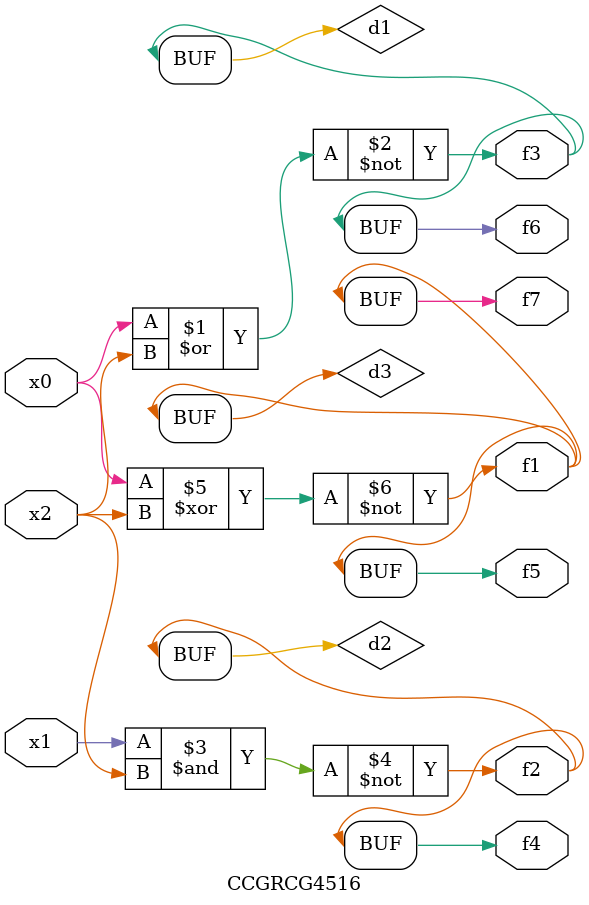
<source format=v>
module CCGRCG4516(
	input x0, x1, x2,
	output f1, f2, f3, f4, f5, f6, f7
);

	wire d1, d2, d3;

	nor (d1, x0, x2);
	nand (d2, x1, x2);
	xnor (d3, x0, x2);
	assign f1 = d3;
	assign f2 = d2;
	assign f3 = d1;
	assign f4 = d2;
	assign f5 = d3;
	assign f6 = d1;
	assign f7 = d3;
endmodule

</source>
